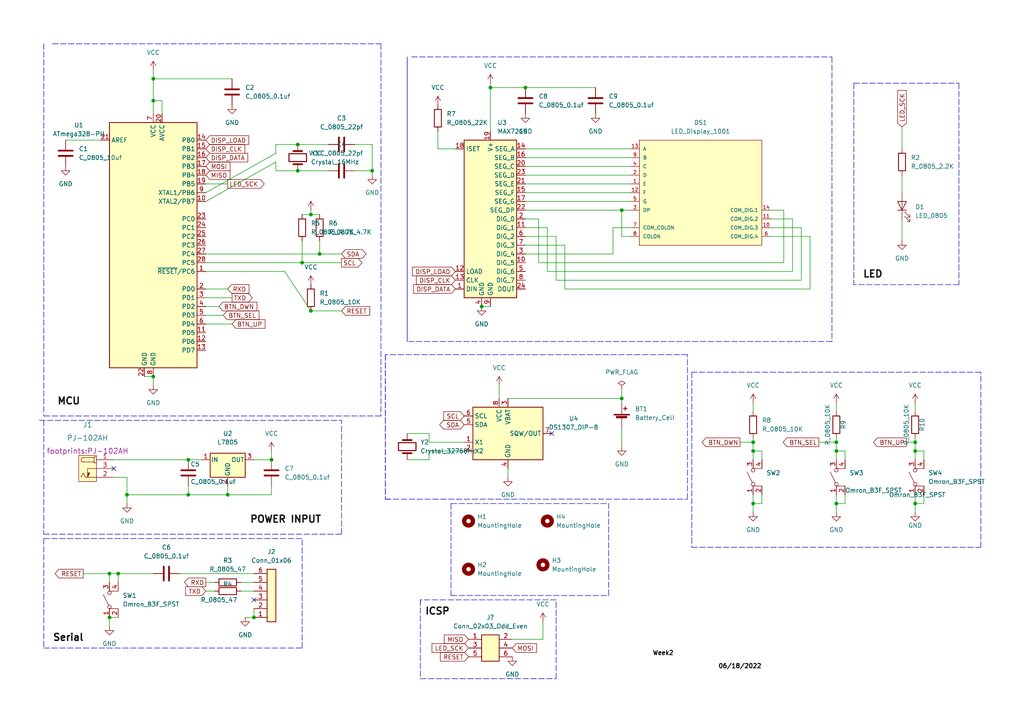
<source format=kicad_sch>
(kicad_sch (version 20211123) (generator eeschema)
  (paper "A4")
  (junction (at 86.36 49.53))
  (junction (at 242.57 146.05))
  (junction (at 180.34 60.96))
  (junction (at 107.95 49.53))
  (junction (at 44.45 29.21))
  (junction (at 73.66 179.07))
  (junction (at 242.57 130.81))
  (junction (at 139.7 88.9))
  (junction (at 142.24 25.4))
  (junction (at 90.17 62.23))
  (junction (at 66.04 143.51))
  (junction (at 265.43 130.81))
  (junction (at 34.29 166.37))
  (junction (at 152.4 25.4))
  (junction (at 218.44 130.81))
  (junction (at 90.17 90.17))
  (junction (at 265.43 146.05))
  (junction (at 87.63 76.2))
  (junction (at 78.74 133.35))
  (junction (at 31.75 179.07))
  (junction (at 218.44 146.05))
  (junction (at 265.43 128.27))
  (junction (at 36.83 143.51))
  (junction (at 44.45 22.86))
  (junction (at 218.44 128.27))
  (junction (at 54.61 143.51))
  (junction (at 31.75 166.37))
  (junction (at 92.71 73.66))
  (junction (at 86.36 41.91))
  (junction (at 242.57 128.27))
  (junction (at 180.34 115.57))
  (junction (at 54.61 133.35))
  (junction (at 44.45 109.22))
  (no_connect (at 73.66 173.99))
  (no_connect (at 160.02 125.73))
  (no_connect (at 33.02 135.89))
  (wire (pts (xy 80.01 46.99) (xy 80.01 49.53)))
  (wire (pts (xy 59.69 168.91) (xy 62.23 168.91)))
  (wire (pts (xy 218.44 146.05) (xy 218.44 143.51)))
  (polyline (pts (xy 121.92 173.99) (xy 121.92 196.85)))
  (wire (pts (xy 31.75 181.61) (xy 31.75 179.07)))
  (wire (pts (xy 44.45 29.21) (xy 44.45 33.02)))
  (wire (pts (xy 34.29 168.91) (xy 34.29 166.37)))
  (polyline (pts (xy 161.29 196.85) (xy 161.29 173.99)))
  (wire (pts (xy 127 38.1) (xy 127 43.18)))
  (polyline (pts (xy 176.53 172.72) (xy 176.53 146.05)))
  (wire (pts (xy 158.75 78.74) (xy 229.87 78.74)))
  (wire (pts (xy 218.44 130.81) (xy 218.44 128.27)))
  (wire (pts (xy 80.01 44.45) (xy 80.01 41.91)))
  (wire (pts (xy 67.31 93.98) (xy 59.69 93.98)))
  (polyline (pts (xy 278.13 24.13) (xy 278.13 82.55)))
  (wire (pts (xy 147.32 115.57) (xy 180.34 115.57)))
  (wire (pts (xy 242.57 148.59) (xy 242.57 146.05)))
  (wire (pts (xy 265.43 130.81) (xy 265.43 128.27)))
  (wire (pts (xy 261.62 36.83) (xy 261.62 43.18)))
  (polyline (pts (xy 241.3 99.06) (xy 118.11 99.06)))
  (wire (pts (xy 156.21 76.2) (xy 156.21 63.5)))
  (wire (pts (xy 44.45 22.86) (xy 67.31 22.86)))
  (wire (pts (xy 223.52 66.04) (xy 232.41 66.04)))
  (wire (pts (xy 161.29 81.28) (xy 161.29 68.58)))
  (wire (pts (xy 80.01 41.91) (xy 86.36 41.91)))
  (wire (pts (xy 182.88 66.04) (xy 177.8 66.04)))
  (wire (pts (xy 46.99 29.21) (xy 46.99 33.02)))
  (wire (pts (xy 177.8 66.04) (xy 177.8 73.66)))
  (wire (pts (xy 157.48 180.34) (xy 157.48 185.42)))
  (wire (pts (xy 152.4 25.4) (xy 172.72 25.4)))
  (wire (pts (xy 54.61 143.51) (xy 66.04 143.51)))
  (wire (pts (xy 218.44 128.27) (xy 218.44 127)))
  (polyline (pts (xy 199.39 144.78) (xy 199.39 102.87)))
  (wire (pts (xy 59.69 76.2) (xy 87.63 76.2)))
  (wire (pts (xy 90.17 62.23) (xy 92.71 62.23)))
  (wire (pts (xy 87.63 69.85) (xy 87.63 76.2)))
  (wire (pts (xy 180.34 60.96) (xy 182.88 60.96)))
  (wire (pts (xy 44.45 22.86) (xy 44.45 29.21)))
  (polyline (pts (xy 121.92 196.85) (xy 161.29 196.85)))
  (wire (pts (xy 34.29 166.37) (xy 44.45 166.37)))
  (polyline (pts (xy 110.49 120.65) (xy 12.7 120.65)))
  (wire (pts (xy 90.17 60.96) (xy 90.17 62.23)))
  (wire (pts (xy 86.36 41.91) (xy 95.25 41.91)))
  (wire (pts (xy 152.4 50.8) (xy 182.88 50.8)))
  (wire (pts (xy 267.97 133.35) (xy 267.97 130.81)))
  (wire (pts (xy 59.69 55.88) (xy 80.01 44.45)))
  (wire (pts (xy 102.87 41.91) (xy 107.95 41.91)))
  (wire (pts (xy 127 43.18) (xy 132.08 43.18)))
  (wire (pts (xy 220.98 133.35) (xy 220.98 130.81)))
  (wire (pts (xy 78.74 130.81) (xy 78.74 133.35)))
  (wire (pts (xy 220.98 130.81) (xy 218.44 130.81)))
  (wire (pts (xy 182.88 68.58) (xy 180.34 68.58)))
  (polyline (pts (xy 200.66 158.75) (xy 284.48 158.75)))
  (wire (pts (xy 261.62 50.8) (xy 261.62 55.88)))
  (wire (pts (xy 107.95 49.53) (xy 107.95 50.8)))
  (polyline (pts (xy 118.11 17.78) (xy 118.11 99.06)))
  (wire (pts (xy 180.34 113.03) (xy 180.34 115.57)))
  (wire (pts (xy 177.8 73.66) (xy 152.4 73.66)))
  (polyline (pts (xy 247.65 24.13) (xy 278.13 24.13)))
  (wire (pts (xy 124.46 128.27) (xy 134.62 128.27)))
  (wire (pts (xy 41.91 109.22) (xy 44.45 109.22)))
  (wire (pts (xy 232.41 81.28) (xy 161.29 81.28)))
  (wire (pts (xy 152.4 53.34) (xy 182.88 53.34)))
  (wire (pts (xy 152.4 48.26) (xy 182.88 48.26)))
  (wire (pts (xy 218.44 148.59) (xy 218.44 146.05)))
  (polyline (pts (xy 87.63 187.96) (xy 87.63 156.21)))
  (wire (pts (xy 265.43 146.05) (xy 265.43 143.51)))
  (wire (pts (xy 163.83 71.12) (xy 152.4 71.12)))
  (wire (pts (xy 180.34 129.54) (xy 180.34 124.46)))
  (wire (pts (xy 33.02 133.35) (xy 54.61 133.35)))
  (wire (pts (xy 118.11 125.73) (xy 124.46 125.73)))
  (wire (pts (xy 31.75 168.91) (xy 31.75 166.37)))
  (wire (pts (xy 66.04 53.34) (xy 59.69 53.34)))
  (wire (pts (xy 66.04 83.82) (xy 59.69 83.82)))
  (wire (pts (xy 218.44 116.84) (xy 218.44 119.38)))
  (wire (pts (xy 59.69 73.66) (xy 92.71 73.66)))
  (wire (pts (xy 245.11 133.35) (xy 245.11 130.81)))
  (polyline (pts (xy 111.76 102.87) (xy 111.76 144.78)))
  (polyline (pts (xy 12.7 121.92) (xy 12.7 154.94)))
  (wire (pts (xy 180.34 115.57) (xy 180.34 116.84)))
  (wire (pts (xy 24.13 166.37) (xy 31.75 166.37)))
  (wire (pts (xy 265.43 128.27) (xy 265.43 127)))
  (wire (pts (xy 242.57 133.35) (xy 242.57 130.81)))
  (polyline (pts (xy 278.13 82.55) (xy 247.65 82.55)))
  (wire (pts (xy 73.66 176.53) (xy 73.66 179.07)))
  (wire (pts (xy 86.36 49.53) (xy 95.25 49.53)))
  (wire (pts (xy 36.83 146.05) (xy 36.83 143.51)))
  (wire (pts (xy 237.49 128.27) (xy 242.57 128.27)))
  (polyline (pts (xy 284.48 107.95) (xy 200.66 107.95)))
  (polyline (pts (xy 11.43 121.92) (xy 99.06 121.92)))
  (wire (pts (xy 67.31 86.36) (xy 59.69 86.36)))
  (polyline (pts (xy 119.38 16.51) (xy 241.3 16.51)))
  (wire (pts (xy 223.52 60.96) (xy 227.33 60.96)))
  (wire (pts (xy 220.98 146.05) (xy 218.44 146.05)))
  (wire (pts (xy 90.17 90.17) (xy 82.55 78.74)))
  (wire (pts (xy 245.11 143.51) (xy 245.11 146.05)))
  (wire (pts (xy 261.62 63.5) (xy 261.62 69.85)))
  (wire (pts (xy 124.46 130.81) (xy 134.62 130.81)))
  (wire (pts (xy 152.4 66.04) (xy 158.75 66.04)))
  (wire (pts (xy 92.71 73.66) (xy 99.06 73.66)))
  (wire (pts (xy 245.11 146.05) (xy 242.57 146.05)))
  (wire (pts (xy 267.97 130.81) (xy 265.43 130.81)))
  (polyline (pts (xy 118.11 16.51) (xy 118.11 99.06)))
  (wire (pts (xy 147.32 138.43) (xy 147.32 135.89)))
  (wire (pts (xy 267.97 143.51) (xy 267.97 146.05)))
  (polyline (pts (xy 99.06 154.94) (xy 99.06 121.92)))
  (wire (pts (xy 66.04 143.51) (xy 78.74 143.51)))
  (wire (pts (xy 118.11 133.35) (xy 124.46 133.35)))
  (wire (pts (xy 54.61 133.35) (xy 58.42 133.35)))
  (wire (pts (xy 63.5 88.9) (xy 59.69 88.9)))
  (polyline (pts (xy 111.76 144.78) (xy 199.39 144.78)))
  (polyline (pts (xy 12.7 187.96) (xy 87.63 187.96)))
  (wire (pts (xy 227.33 76.2) (xy 156.21 76.2)))
  (wire (pts (xy 242.57 130.81) (xy 242.57 128.27)))
  (wire (pts (xy 69.85 171.45) (xy 73.66 171.45)))
  (wire (pts (xy 242.57 116.84) (xy 242.57 119.38)))
  (wire (pts (xy 163.83 83.82) (xy 163.83 71.12)))
  (polyline (pts (xy 161.29 173.99) (xy 121.92 173.99)))
  (wire (pts (xy 223.52 68.58) (xy 234.95 68.58)))
  (polyline (pts (xy 12.7 154.94) (xy 99.06 154.94)))
  (wire (pts (xy 87.63 76.2) (xy 99.06 76.2)))
  (wire (pts (xy 267.97 146.05) (xy 265.43 146.05)))
  (wire (pts (xy 262.89 128.27) (xy 265.43 128.27)))
  (wire (pts (xy 31.75 179.07) (xy 34.29 179.07)))
  (wire (pts (xy 152.4 55.88) (xy 182.88 55.88)))
  (wire (pts (xy 218.44 133.35) (xy 218.44 130.81)))
  (wire (pts (xy 102.87 49.53) (xy 107.95 49.53)))
  (polyline (pts (xy 111.76 144.78) (xy 113.03 144.78)))
  (wire (pts (xy 44.45 111.76) (xy 44.45 109.22)))
  (wire (pts (xy 152.4 60.96) (xy 180.34 60.96)))
  (wire (pts (xy 144.78 111.76) (xy 144.78 115.57)))
  (polyline (pts (xy 12.7 156.21) (xy 87.63 156.21)))
  (wire (pts (xy 152.4 45.72) (xy 182.88 45.72)))
  (wire (pts (xy 220.98 143.51) (xy 220.98 146.05)))
  (wire (pts (xy 242.57 130.81) (xy 245.11 130.81)))
  (polyline (pts (xy 200.66 107.95) (xy 200.66 158.75)))
  (wire (pts (xy 80.01 49.53) (xy 86.36 49.53)))
  (wire (pts (xy 142.24 25.4) (xy 152.4 25.4)))
  (wire (pts (xy 214.63 128.27) (xy 218.44 128.27)))
  (wire (pts (xy 152.4 58.42) (xy 182.88 58.42)))
  (wire (pts (xy 227.33 60.96) (xy 227.33 76.2)))
  (wire (pts (xy 139.7 88.9) (xy 142.24 88.9)))
  (wire (pts (xy 44.45 29.21) (xy 46.99 29.21)))
  (polyline (pts (xy 12.7 156.21) (xy 12.7 187.96)))
  (wire (pts (xy 180.34 68.58) (xy 180.34 60.96)))
  (wire (pts (xy 69.85 168.91) (xy 73.66 168.91)))
  (wire (pts (xy 229.87 78.74) (xy 229.87 63.5)))
  (wire (pts (xy 234.95 83.82) (xy 163.83 83.82)))
  (polyline (pts (xy 121.92 173.99) (xy 121.92 175.26)))
  (polyline (pts (xy 111.76 102.87) (xy 111.76 144.78)))
  (wire (pts (xy 152.4 43.18) (xy 182.88 43.18)))
  (wire (pts (xy 36.83 138.43) (xy 36.83 143.51)))
  (polyline (pts (xy 15.24 12.7) (xy 110.49 12.7)))
  (wire (pts (xy 87.63 62.23) (xy 90.17 62.23)))
  (wire (pts (xy 78.74 133.35) (xy 73.66 133.35)))
  (wire (pts (xy 124.46 133.35) (xy 124.46 130.81)))
  (polyline (pts (xy 130.81 146.05) (xy 176.53 146.05)))
  (wire (pts (xy 158.75 66.04) (xy 158.75 78.74)))
  (wire (pts (xy 54.61 140.97) (xy 54.61 143.51)))
  (wire (pts (xy 107.95 41.91) (xy 107.95 49.53)))
  (wire (pts (xy 242.57 128.27) (xy 242.57 127)))
  (wire (pts (xy 265.43 148.59) (xy 265.43 146.05)))
  (wire (pts (xy 242.57 146.05) (xy 242.57 143.51)))
  (wire (pts (xy 156.21 63.5) (xy 152.4 63.5)))
  (polyline (pts (xy 130.81 146.05) (xy 130.81 172.72)))
  (wire (pts (xy 90.17 90.17) (xy 99.06 90.17)))
  (polyline (pts (xy 247.65 24.13) (xy 247.65 82.55)))
  (wire (pts (xy 229.87 63.5) (xy 223.52 63.5)))
  (polyline (pts (xy 130.81 172.72) (xy 176.53 172.72)))
  (wire (pts (xy 142.24 24.13) (xy 142.24 25.4)))
  (polyline (pts (xy 241.3 16.51) (xy 241.3 99.06)))
  (wire (pts (xy 44.45 20.32) (xy 44.45 22.86)))
  (wire (pts (xy 66.04 143.51) (xy 66.04 140.97)))
  (wire (pts (xy 59.69 58.42) (xy 80.01 46.99)))
  (wire (pts (xy 71.12 179.07) (xy 73.66 179.07)))
  (polyline (pts (xy 199.39 102.87) (xy 111.76 102.87)))
  (wire (pts (xy 142.24 25.4) (xy 142.24 38.1)))
  (wire (pts (xy 78.74 143.51) (xy 78.74 140.97)))
  (polyline (pts (xy 110.49 12.7) (xy 110.49 120.65)))
  (wire (pts (xy 124.46 125.73) (xy 124.46 128.27)))
  (polyline (pts (xy 12.7 12.7) (xy 12.7 120.65)))
  (wire (pts (xy 64.77 91.44) (xy 59.69 91.44)))
  (wire (pts (xy 59.69 171.45) (xy 62.23 171.45)))
  (wire (pts (xy 148.59 185.42) (xy 157.48 185.42)))
  (wire (pts (xy 19.05 40.64) (xy 29.21 40.64)))
  (wire (pts (xy 265.43 133.35) (xy 265.43 130.81)))
  (wire (pts (xy 36.83 143.51) (xy 54.61 143.51)))
  (wire (pts (xy 232.41 66.04) (xy 232.41 81.28)))
  (polyline (pts (xy 284.48 158.75) (xy 284.48 107.95)))
  (wire (pts (xy 31.75 166.37) (xy 34.29 166.37)))
  (wire (pts (xy 234.95 68.58) (xy 234.95 83.82)))
  (wire (pts (xy 33.02 138.43) (xy 36.83 138.43)))
  (wire (pts (xy 265.43 116.84) (xy 265.43 119.38)))
  (wire (pts (xy 161.29 68.58) (xy 152.4 68.58)))
  (wire (pts (xy 59.69 78.74) (xy 82.55 78.74)))
  (wire (pts (xy 52.07 166.37) (xy 73.66 166.37)))
  (wire (pts (xy 92.71 69.85) (xy 92.71 73.66)))
  (label "LED" (at 250.19 81.28 0) (effects (font (size 2 2) bold)))
  (label "POWER INPUT" (at 72.39 152.4 0) (effects (font (size 2 2) bold)))
  (label "Serial" (at 15.24 186.69 0) (effects (font (size 2 2) bold)))
  (label "06{slash}18{slash}2022" (at 208.28 194.31 0) (effects (font bold)))
  (label "ICSP" (at 123.19 179.07 0) (effects (font (size 2 2) (thickness 0.4) bold)))
  (label "Week2" (at 189.23 190.5 0) (effects (font bold)))
  (label "MCU" (at 16.51 118.11 0) (effects (font (size 2 2) (thickness 0.4) bold)))
  (global_label "SCL" (shape input) (at 134.62 120.65 180) (property "Intersheet References" "${INTERSHEET_REFS}" (effects hide)))
  (global_label "LED_SCK" (shape output) (at 66.04 53.34 0) (property "Intersheet References" "${INTERSHEET_REFS}" (effects hide)))
  (global_label "RESET" (shape input) (at 99.06 90.17 0) (property "Intersheet References" "${INTERSHEET_REFS}" (effects hide)))
  (global_label "DISP_CLK" (shape input) (at 59.69 43.18 0) (property "Intersheet References" "${INTERSHEET_REFS}" (effects hide)))
  (global_label "DISP_CLK" (shape input) (at 132.08 81.28 180) (property "Intersheet References" "${INTERSHEET_REFS}" (effects hide)))
  (global_label "BTN_UP" (shape output) (at 262.89 128.27 180) (property "Intersheet References" "${INTERSHEET_REFS}" (effects hide)))
  (global_label "BTN_UP" (shape input) (at 67.31 93.98 0) (property "Intersheet References" "${INTERSHEET_REFS}" (effects hide)))
  (global_label "BTN_DWN" (shape input) (at 63.5 88.9 0) (property "Intersheet References" "${INTERSHEET_REFS}" (effects hide)))
  (global_label "SCL" (shape output) (at 99.06 76.2 0) (property "Intersheet References" "${INTERSHEET_REFS}" (effects hide)))
  (global_label "DISP_LOAD" (shape input) (at 132.08 78.74 180) (property "Intersheet References" "${INTERSHEET_REFS}" (effects hide)))
  (global_label "BTN_SEL" (shape input) (at 64.77 91.44 0) (property "Intersheet References" "${INTERSHEET_REFS}" (effects hide)))
  (global_label "SDA" (shape bidirectional) (at 134.62 123.19 180) (property "Intersheet References" "${INTERSHEET_REFS}" (effects hide)))
  (global_label "RXD" (shape output) (at 59.69 168.91 180) (property "Intersheet References" "${INTERSHEET_REFS}" (effects hide)))
  (global_label "DISP_LOAD" (shape input) (at 59.69 40.64 0) (property "Intersheet References" "${INTERSHEET_REFS}" (effects hide)))
  (global_label "MOSI" (shape input) (at 59.69 48.26 0) (property "Intersheet References" "${INTERSHEET_REFS}" (effects hide)))
  (global_label "TXD" (shape output) (at 67.31 86.36 0) (property "Intersheet References" "${INTERSHEET_REFS}" (effects hide)))
  (global_label "TXD" (shape input) (at 59.69 171.45 180) (property "Intersheet References" "${INTERSHEET_REFS}" (effects hide)))
  (global_label "LED_SCK" (shape input) (at 135.89 187.96 180) (property "Intersheet References" "${INTERSHEET_REFS}" (effects hide)))
  (global_label "DISP_DATA" (shape input) (at 132.08 83.82 180) (property "Intersheet References" "${INTERSHEET_REFS}" (effects hide)))
  (global_label "BTN_DWN" (shape output) (at 214.63 128.27 180) (property "Intersheet References" "${INTERSHEET_REFS}" (effects hide)))
  (global_label "RESET" (shape output) (at 24.13 166.37 180) (property "Intersheet References" "${INTERSHEET_REFS}" (effects hide)))
  (global_label "MOSI" (shape input) (at 148.59 187.96 0) (property "Intersheet References" "${INTERSHEET_REFS}" (effects hide)))
  (global_label "SDA" (shape bidirectional) (at 99.06 73.66 0) (property "Intersheet References" "${INTERSHEET_REFS}" (effects hide)))
  (global_label "DISP_DATA" (shape input) (at 59.69 45.72 0) (property "Intersheet References" "${INTERSHEET_REFS}" (effects hide)))
  (global_label "RXD" (shape input) (at 66.04 83.82 0) (property "Intersheet References" "${INTERSHEET_REFS}" (effects hide)))
  (global_label "MISO" (shape input) (at 135.89 185.42 180) (property "Intersheet References" "${INTERSHEET_REFS}" (effects hide)))
  (global_label "BTN_SEL" (shape output) (at 237.49 128.27 180) (property "Intersheet References" "${INTERSHEET_REFS}" (effects hide)))
  (global_label "LED_SCK" (shape input) (at 261.62 36.83 90) (property "Intersheet References" "${INTERSHEET_REFS}" (effects hide)))
  (global_label "MISO" (shape input) (at 59.69 50.8 0) (property "Intersheet References" "${INTERSHEET_REFS}" (effects hide)))
  (global_label "RESET" (shape input) (at 135.89 190.5 180) (property "Intersheet References" "${INTERSHEET_REFS}" (effects hide)))
  (symbol (lib_id "HPS:GND") (at 180.34 129.54 0) (unit 1)
    (property "Reference" "#PWR020" (effects hide))
    (property "Value" "GND" (at 180.34 134.62 0))
  )
  (symbol (lib_id "HPS:VCC") (at 90.17 82.55 0) (unit 1)
    (property "Reference" "#PWR05" (effects hide))
    (property "Value" "VCC" (at 90.17 77.47 0))
  )
  (symbol (lib_id "HPS:R_0805_10K") (at 218.44 123.19 0) (unit 1)
    (property "Reference" "R8" (at 220.98 121.9199 0) (effects (justify left)))
    (property "Value" "R_0805_10K" (at 220.98 124.46 0) (effects (justify left)))
    (property "Footprint" "footprints:R_0805_2012Metric" (effects hide))
    (property "Datasheet" "https://www.digikey.com/en/products/detail/yageo/RC0805FR-0710KL/727535" (effects hide))
    (property "MFG" "Yageo" (effects hide))
    (property "MPN" "RC0805FR-0710KL" (effects hide))
    (property "Digikey PN" "311-10.0KCRCT-ND" (effects hide))
    (property "Mouser PN" "N/A" (effects hide))
    (property "Power" "N/A" (effects hide))
    (property "Tolerance" "N/A" (effects hide))
  )
  (symbol (lib_id "HPS:C_0805_0.1uf") (at 67.31 26.67 0) (unit 1)
    (property "Reference" "C2" (at 71.12 25.3999 0) (effects (justify left)))
    (property "Value" "C_0805_0.1uf" (at 71.12 27.9399 0) (effects (justify left)))
    (property "Footprint" "footprints:C_0805_2012Metric" (effects hide))
    (property "Datasheet" "https://datasheets.avx.com/X7RDielectric.pdf" (effects hide))
    (property "MFG" "AVX Corporation" (effects hide))
    (property "MPN" "08055C104KAT2A" (effects hide))
    (property "Digikey PN" "478-1395-1-ND" (effects hide))
    (property "Mouser PN" "N/A" (effects hide))
    (property "Voltage" "N/A" (effects hide))
    (property "Dielectric" "N/A" (effects hide))
    (property "Tolerance" "N/A" (effects hide))
  )
  (symbol (lib_id "HPS:LED_Display_1001") (at 226.06 60.96 0) (mirror y) (unit 1)
    (property "Reference" "DS1" (at 203.2 35.56 0))
    (property "Value" "LED_Display_1001" (at 203.2 38.1 0))
    (property "Footprint" "footprints:Adafruit-1001-0-0-MFG" (effects hide))
    (property "Datasheet" "https://cdn-shop.adafruit.com/datasheets/1001datasheet.pdf" (effects hide))
    (property "automotive" "No" (effects hide))
    (property "category" "Disp" (effects hide))
    (property "device class L1" "Optoelectronics" (effects hide))
    (property "device class L2" "Displays" (effects hide))
    (property "device class L3" "LED Displays" (effects hide))
    (property "digikey description" "WHITE 7-SEGMENT CLOCK DISPLAY" (effects hide))
    (property "digikey part number" "1528-1513-ND" (effects hide))
    (property "display type" "LED" (effects hide))
    (property "element config" "Common Cathode" (effects hide))
    (property "forward current" "20mA" (effects hide))
    (property "forward voltage" "3.2V" (effects hide))
    (property "height" "8.25mm" (effects hide))
    (property "lead free" "Yes" (effects hide))
    (property "library id" "a002f1a2b35db532" (effects hide))
    (property "luminous intensity" "30mcd" (effects hide))
    (property "manufacturer" "Adafruit" (effects hide))
    (property "mouser description" "Adafruit Accessories White 7-segment Clock Display" (effects hide))
    (property "mouser part number" "485-1001" (effects hide))
    (property "package" "PTH_50MM2_19MM0" (effects hide))
    (property "power dissipation" "100mW" (effects hide))
    (property "reverse voltage" "5V" (effects hide))
    (property "rohs" "Yes" (effects hide))
    (property "temperature range high" "+80°C" (effects hide))
    (property "temperature range low" "-40°C" (effects hide))
    (property "test current" "20mA" (effects hide))
    (property "MFG" "Adafruit Industries LLC" (effects hide))
    (property "MPN" "1001" (effects hide))
    (property "Digikey PN" "1528-1513-ND" (effects hide))
    (property "Mouser PN" "N/A" (effects hide))
  )
  (symbol (lib_id "HPS:C_0805_0.1uf") (at 48.26 166.37 90) (unit 1)
    (property "Reference" "C6" (at 48.26 158.75 90))
    (property "Value" "C_0805_0.1uf" (at 48.26 161.29 90))
    (property "Footprint" "footprints:C_0805_2012Metric" (effects hide))
    (property "Datasheet" "https://datasheets.avx.com/X7RDielectric.pdf" (effects hide))
    (property "MFG" "AVX Corporation" (effects hide))
    (property "MPN" "08055C104KAT2A" (effects hide))
    (property "Digikey PN" "478-1395-1-ND" (effects hide))
    (property "Mouser PN" "N/A" (effects hide))
    (property "Voltage" "N/A" (effects hide))
    (property "Dielectric" "N/A" (effects hide))
    (property "Tolerance" "N/A" (effects hide))
  )
  (symbol (lib_id "HPS:PWR_FLAG") (at 180.34 113.03 0) (unit 1)
    (property "Reference" "#FLG01" (effects hide))
    (property "Value" "PWR_FLAG" (at 180.34 107.95 0))
  )
  (symbol (lib_id "HPS:DS1307_DIP-8") (at 147.32 125.73 0) (unit 1)
    (property "Reference" "U4" (at 166.37 121.3993 0))
    (property "Value" "DS1307_DIP-8" (at 166.37 123.9393 0))
    (property "Footprint" "footprints:DIP-8_W7.62mm" (effects hide))
    (property "Datasheet" "https://datasheets.maximintegrated.com/en/ds/DS1307.pdf" (effects hide))
    (property "MFG" "Assmann WSW Components" (effects hide))
    (property "MPN" "A 08-LC-TT" (effects hide))
    (property "Digikey PN" "AE9986-ND" (effects hide))
    (property "Mouser PN" "N/A" (effects hide))
  )
  (symbol (lib_id "HPS:LED_0805") (at 261.62 59.69 90) (unit 1)
    (property "Reference" "D1" (at 265.43 60.0201 90) (effects (justify right)))
    (property "Value" "LED_0805" (at 265.43 62.5601 90) (effects (justify right)))
    (property "Footprint" "footprints:LED_0805_2012Metric" (effects hide))
    (property "Datasheet" "https://www.we-online.de/katalog/datasheet/150080RS75000.pdf" (effects hide))
    (property "MFG" "Würth Elektronik" (effects hide))
    (property "MPN" "150080RS75000" (effects hide))
    (property "Digikey PN" "732-4984-1-ND" (effects hide))
    (property "Mouser PN" "N/A" (effects hide))
  )
  (symbol (lib_id "HPS:VCC") (at 218.44 116.84 0) (unit 1)
    (property "Reference" "#PWR021" (effects hide))
    (property "Value" "VCC" (at 218.44 111.76 0))
  )
  (symbol (lib_id "HPS:Omron_B3F_SPST") (at 218.44 138.43 90) (unit 1)
    (property "Reference" "SW2" (at 222.25 137.1599 90) (effects (justify right)))
    (property "Value" "Omron_B3F_SPST" (at 245.11 142.2399 90) (effects (justify right)))
    (property "Footprint" "footprints:SW_SPST_Omron_B3FS-100xP" (effects hide))
    (property "Datasheet" "https://omronfs.omron.com/en_US/ecb/products/pdf/en-b3fs.pdf" (effects hide))
    (property "MFG" "Omron Electronics Inc-EMC Div" (effects hide))
    (property "MPN" "B3FS-1000P" (effects hide))
    (property "Digikey PN" "SW423CT-ND" (effects hide))
    (property "Mouser PN" "N/A" (effects hide))
  )
  (symbol (lib_id "HPS:VCC") (at 78.74 130.81 0) (unit 1)
    (property "Reference" "#PWR09" (effects hide))
    (property "Value" "VCC" (at 78.74 125.73 0))
  )
  (symbol (lib_id "HPS:Conn_02x03_Odd_Even") (at 142.24 189.23 0) (unit 1)
    (property "Reference" "J?" (at 142.24 179.07 0))
    (property "Value" "Conn_02x03_Odd_Even" (at 142.24 181.61 0))
    (property "Footprint" "footprints:PinHeader_2x03_P2.54mm_Vertical" (effects hide))
    (property "Datasheet" "https://drawings-pdf.s3.amazonaws.com/11636.pdf" (effects hide))
    (property "MFG" "Sullins Connector Solutions" (effects hide))
    (property "MPN" "PRPC003DAAN-RC" (effects hide))
    (property "Digikey PN" "S2011EC-03-ND" (effects hide))
    (property "Mouser PN" "N/A" (effects hide))
  )
  (symbol (lib_id "HPS:R_0805_4.7K") (at 87.63 66.04 0) (unit 1)
    (property "Reference" "R5" (at 90.17 64.7699 0) (effects (justify left)))
    (property "Value" "R_0805_4.7K" (at 90.17 67.3099 0) (effects (justify left)))
    (property "Footprint" "footprints:R_0805_2012Metric" (effects hide))
    (property "Datasheet" "https://www.digikey.com/en/products/detail/yageo/RC0805FR-074K7L/727929" (effects hide))
    (property "MFG" "Yageo" (effects hide))
    (property "MPN" "RC0805FR-074K7L" (effects hide))
    (property "Digikey PN" "311-4.70KCRCT-ND" (effects hide))
    (property "Mouser PN" "N/A" (effects hide))
    (property "Power" "N/A" (effects hide))
    (property "Tolerance" "N/A" (effects hide))
  )
  (symbol (lib_id "HPS:GND") (at 107.95 50.8 0) (unit 1)
    (property "Reference" "#PWR06" (effects hide))
    (property "Value" "GND" (at 107.95 55.88 0))
  )
  (symbol (lib_id "HPS:VCC") (at 157.48 180.34 0) (unit 1)
    (property "Reference" "#PWR?" (effects hide))
    (property "Value" "VCC" (at 157.48 175.26 0))
  )
  (symbol (lib_id "HPS:MountingHole") (at 135.89 151.13 0) (unit 1)
    (property "Reference" "H1" (at 138.43 149.8599 0) (effects (justify left)))
    (property "Value" "MountingHole" (at 138.43 152.3999 0) (effects (justify left)))
    (property "Footprint" "footprints:MountingHole_3.2mm_M3" (effects hide))
  )
  (symbol (lib_id "HPS:Omron_B3F_SPST") (at 31.75 173.99 90) (unit 1)
    (property "Reference" "SW1" (at 35.56 172.7199 90) (effects (justify right)))
    (property "Value" "Omron_B3F_SPST" (at 35.56 175.2599 90) (effects (justify right)))
    (property "Footprint" "footprints:SW_SPST_Omron_B3FS-100xP" (effects hide))
    (property "Datasheet" "https://omronfs.omron.com/en_US/ecb/products/pdf/en-b3fs.pdf" (effects hide))
    (property "MFG" "Omron Electronics Inc-EMC Div" (effects hide))
    (property "MPN" "B3FS-1000P" (effects hide))
    (property "Digikey PN" "SW423CT-ND" (effects hide))
    (property "Mouser PN" "N/A" (effects hide))
  )
  (symbol (lib_id "HPS:MountingHole") (at 158.75 151.13 0) (unit 1)
    (property "Reference" "H4" (at 161.29 149.8599 0) (effects (justify left)))
    (property "Value" "MountingHole" (at 161.29 152.3999 0) (effects (justify left)))
    (property "Footprint" "footprints:MountingHole_3.2mm_M3" (effects hide))
  )
  (symbol (lib_id "HPS:GND") (at 31.75 181.61 0) (unit 1)
    (property "Reference" "#PWR08" (effects hide))
    (property "Value" "GND" (at 31.75 186.69 0))
  )
  (symbol (lib_id "HPS:R_0805_2.2K") (at 261.62 46.99 0) (unit 1)
    (property "Reference" "R2" (at 264.16 45.7199 0) (effects (justify left)))
    (property "Value" "R_0805_2.2K" (at 264.16 48.2599 0) (effects (justify left)))
    (property "Footprint" "footprints:R_0805_2012Metric" (effects hide))
    (property "Datasheet" "https://www.digikey.com/en/products/detail/yageo/RC0805FR-072K2L/727676" (effects hide))
    (property "MFG" "N/A" (effects hide))
    (property "MPN" "N/A" (effects hide))
    (property "Digikey PN" "311-2.20KCRCT-ND" (effects hide))
    (property "Mouser PN" "N/A" (effects hide))
    (property "Power" "N/A" (effects hide))
    (property "Tolerance" "N/A" (effects hide))
  )
  (symbol (lib_id "HPS:VCC") (at 144.78 111.76 0) (unit 1)
    (property "Reference" "#PWR016" (effects hide))
    (property "Value" "VCC" (at 144.78 106.68 0))
  )
  (symbol (lib_id "HPS:VCC") (at 127 30.48 0) (unit 1)
    (property "Reference" "#PWR013" (effects hide))
    (property "Value" "VCC" (at 127 25.4 0))
  )
  (symbol (lib_id "HPS:C_0805_0.1uf") (at 172.72 29.21 0) (unit 1)
    (property "Reference" "C9" (at 176.53 27.9399 0) (effects (justify left)))
    (property "Value" "C_0805_0.1uf" (at 176.53 30.4799 0) (effects (justify left)))
    (property "Footprint" "footprints:C_0805_2012Metric" (effects hide))
    (property "Datasheet" "https://datasheets.avx.com/X7RDielectric.pdf" (effects hide))
    (property "MFG" "AVX Corporation" (effects hide))
    (property "MPN" "08055C104KAT2A" (effects hide))
    (property "Digikey PN" "478-1395-1-ND" (effects hide))
    (property "Mouser PN" "N/A" (effects hide))
    (property "Voltage" "N/A" (effects hide))
    (property "Dielectric" "N/A" (effects hide))
    (property "Tolerance" "N/A" (effects hide))
  )
  (symbol (lib_id "HPS:GND") (at 172.72 33.02 0) (unit 1)
    (property "Reference" "#PWR019" (effects hide))
    (property "Value" "GND" (at 172.72 38.1 0))
  )
  (symbol (lib_id "HPS:Battery_Cell") (at 180.34 121.92 0) (unit 1)
    (property "Reference" "BT1" (at 184.15 118.6179 0) (effects (justify left)))
    (property "Value" "Battery_Cell" (at 184.15 121.1579 0) (effects (justify left)))
    (property "Footprint" "footprints:BatteryHolder_Keystone_106_1x20mm" (effects hide))
    (property "Datasheet" "https://media.digikey.com/pdf/Data%20Sheets/Memory%20Protection%20PDFs/Coin_Cell_Guide.pdf" (effects hide))
    (property "MFG" "MPD (Memory Protection Devices)" (effects hide))
    (property "MPN" "BS-7" (effects hide))
    (property "Digikey PN" "BS-7-ND" (effects hide))
    (property "Mouser PN" "N/A" (effects hide))
  )
  (symbol (lib_id "HPS:VCC") (at 90.17 60.96 0) (unit 1)
    (property "Reference" "#PWR?" (effects hide))
    (property "Value" "VCC" (at 91.44 44.45 0))
  )
  (symbol (lib_id "HPS:VCC") (at 242.57 116.84 0) (unit 1)
    (property "Reference" "#PWR023" (effects hide))
    (property "Value" "VCC" (at 242.57 111.76 0))
  )
  (symbol (lib_id "HPS:GND") (at 147.32 138.43 0) (unit 1)
    (property "Reference" "#PWR017" (effects hide))
    (property "Value" "GND" (at 147.32 143.51 0))
  )
  (symbol (lib_id "HPS:GND") (at 218.44 148.59 0) (unit 1)
    (property "Reference" "#PWR022" (effects hide))
    (property "Value" "GND" (at 218.44 153.67 0))
  )
  (symbol (lib_id "HPS:R_0805_10K") (at 265.43 123.19 0) (unit 1)
    (property "Reference" "R10" (at 267.462 123.19 90))
    (property "Value" "R_0805_10K" (at 262.89 123.19 90))
    (property "Footprint" "footprints:R_0805_2012Metric" (effects hide))
    (property "Datasheet" "https://www.digikey.com/en/products/detail/yageo/RC0805FR-0710KL/727535" (effects hide))
    (property "MFG" "Yageo" (effects hide))
    (property "MPN" "RC0805FR-0710KL" (effects hide))
    (property "Digikey PN" "311-10.0KCRCT-ND" (effects hide))
    (property "Mouser PN" "N/A" (effects hide))
    (property "Power" "N/A" (effects hide))
    (property "Tolerance" "N/A" (effects hide))
  )
  (symbol (lib_id "HPS:Crystal_16MHz") (at 86.36 45.72 90) (unit 1)
    (property "Reference" "Y1" (at 90.17 44.4499 90) (effects (justify right)))
    (property "Value" "Crystal_16MHz" (at 90.17 46.9899 90) (effects (justify right)))
    (property "Footprint" "footprints:Crystal_SMD_HC49-SD" (effects hide))
    (property "Datasheet" "https://ecsxtal.com/store/pdf/csm-7x-dn.pdf" (effects hide))
    (property "MFG" "ECS Inc." (effects hide))
    (property "MPN" "ECS-160-20-5PXDN-TR" (effects hide))
    (property "Digikey PN" "XC1299CT-ND" (effects hide))
    (property "Mouser PN" "N/A" (effects hide))
  )
  (symbol (lib_id "HPS:Omron_B3F_SPST") (at 242.57 138.43 90) (unit 1)
    (property "Reference" "SW3" (at 246.38 137.1599 90) (effects (justify right)))
    (property "Value" "Omron_B3F_SPST" (at 257.81 143.5099 90) (effects (justify right)))
    (property "Footprint" "footprints:SW_SPST_Omron_B3FS-100xP" (effects hide))
    (property "Datasheet" "https://omronfs.omron.com/en_US/ecb/products/pdf/en-b3fs.pdf" (effects hide))
    (property "MFG" "Omron Electronics Inc-EMC Div" (effects hide))
    (property "MPN" "B3FS-1000P" (effects hide))
    (property "Digikey PN" "SW423CT-ND" (effects hide))
    (property "Mouser PN" "N/A" (effects hide))
  )
  (symbol (lib_id "HPS:MountingHole") (at 135.89 165.1 0) (unit 1)
    (property "Reference" "H2" (at 138.43 163.8299 0) (effects (justify left)))
    (property "Value" "MountingHole" (at 138.43 166.3699 0) (effects (justify left)))
    (property "Footprint" "footprints:MountingHole_3.2mm_M3" (effects hide))
  )
  (symbol (lib_id "HPS:GND") (at 152.4 33.02 0) (unit 1)
    (property "Reference" "#PWR018" (effects hide))
    (property "Value" "GND" (at 152.4 38.1 0))
  )
  (symbol (lib_id "HPS:C_0805_0.1uf") (at 152.4 29.21 180) (unit 1)
    (property "Reference" "C8" (at 156.21 27.9399 0) (effects (justify right)))
    (property "Value" "C_0805_0.1uf" (at 156.21 30.4799 0) (effects (justify right)))
    (property "Footprint" "footprints:C_0805_2012Metric" (effects hide))
    (property "Datasheet" "https://datasheets.avx.com/X7RDielectric.pdf" (effects hide))
    (property "MFG" "AVX Corporation" (effects hide))
    (property "MPN" "08055C104KAT2A" (effects hide))
    (property "Digikey PN" "478-1395-1-ND" (effects hide))
    (property "Mouser PN" "N/A" (effects hide))
    (property "Voltage" "N/A" (effects hide))
    (property "Dielectric" "N/A" (effects hide))
    (property "Tolerance" "N/A" (effects hide))
  )
  (symbol (lib_id "HPS:C_0805_22pf") (at 99.06 49.53 90) (unit 1)
    (property "Reference" "C4" (at 99.06 41.91 90))
    (property "Value" "C_0805_22pf" (at 99.06 44.45 90))
    (property "Footprint" "footprints:C_0805_2012Metric" (effects hide))
    (property "Datasheet" "https://www.yageo.com/upload/media/product/productsearch/datasheet/mlcc/UPY-GP_NP0_16V-to-50V_18.pdf" (effects hide))
    (property "MFG" "Yageo" (effects hide))
    (property "MPN" "CC0805JRNPO9BN220" (effects hide))
    (property "Digikey PN" "311-1103-1-ND" (effects hide))
    (property "Mouser PN" "N/A" (effects hide))
    (property "Voltage" "N/A" (effects hide))
    (property "Dielectric" "N/A" (effects hide))
    (property "Tolerance" "N/A" (effects hide))
  )
  (symbol (lib_id "HPS:GND") (at 36.83 146.05 0) (unit 1)
    (property "Reference" "#PWR07" (effects hide))
    (property "Value" "GND" (at 36.83 151.13 0))
  )
  (symbol (lib_id "HPS:VCC") (at 44.45 20.32 0) (unit 1)
    (property "Reference" "#PWR02" (effects hide))
    (property "Value" "VCC" (at 44.45 15.24 0))
  )
  (symbol (lib_id "HPS:GND") (at 265.43 148.59 0) (unit 1)
    (property "Reference" "#PWR026" (effects hide))
    (property "Value" "GND" (at 265.43 152.4 0))
  )
  (symbol (lib_id "HPS:Conn_01x06") (at 78.74 173.99 0) (mirror x) (unit 1)
    (property "Reference" "J2" (at 78.74 160.02 0))
    (property "Value" "Conn_01x06" (at 78.74 162.56 0))
    (property "Footprint" "footprints:PinHeader_1x06_P2.54mm_Vertical" (effects hide))
    (property "Datasheet" "https://www.we-online.de/katalog/datasheet/6130xx11121.pdf" (effects hide))
    (property "MFG" "Würth Elektronik" (effects hide))
    (property "MPN" "61300611121" (effects hide))
    (property "Digikey PN" "732-5319-ND" (effects hide))
    (property "Mouser PN" "N/A" (effects hide))
  )
  (symbol (lib_id "HPS:C_0805_0.1uf") (at 54.61 137.16 0) (unit 1)
    (property "Reference" "C5" (at 55.245 134.62 0) (effects (justify left)))
    (property "Value" "C_0805_0.1uf" (at 55.245 139.7 0) (effects (justify left)))
    (property "Footprint" "footprints:C_0805_2012Metric" (effects hide))
    (property "Datasheet" "https://datasheets.avx.com/X7RDielectric.pdf" (effects hide))
    (property "MFG" "AVX Corporation" (effects hide))
    (property "MPN" "08055C104KAT2A" (effects hide))
    (property "Digikey PN" "478-1395-1-ND" (effects hide))
    (property "Mouser PN" "N/A" (effects hide))
    (property "Voltage" "N/A" (effects hide))
    (property "Dielectric" "N/A" (effects hide))
    (property "Tolerance" "N/A" (effects hide))
  )
  (symbol (lib_id "HPS:PJ-102AH") (at 27.94 135.89 0) (unit 1)
    (property "Reference" "J1" (at 25.4 123.19 0) (effects (font (size 1.524 1.524))))
    (property "Value" "PJ-102AH" (at 25.4 127 0) (effects (font (size 1.524 1.524))))
    (property "Footprint" "footprints:PJ-102AH" (at 25.4 130.81 0) (effects (font (size 1.524 1.524))))
    (property "Datasheet" "https://www.cuidevices.com/product/resource/pj-102ah.pdf" (effects hide))
    (property "MFG" "CUI Devices" (effects hide))
    (property "MPN" "PJ-102AH" (effects hide))
    (property "Digikey PN" "CP-102AH-ND" (effects hide))
    (property "Mouser PN" "490-PJ-102AH" (effects hide))
  )
  (symbol (lib_id "HPS:C_0805_0.1uf") (at 78.74 137.16 180) (unit 1)
    (property "Reference" "C7" (at 82.55 135.8899 0) (effects (justify right)))
    (property "Value" "C_0805_0.1uf" (at 82.55 138.4299 0) (effects (justify right)))
    (property "Footprint" "footprints:C_0805_2012Metric" (effects hide))
    (property "Datasheet" "https://datasheets.avx.com/X7RDielectric.pdf" (effects hide))
    (property "MFG" "AVX Corporation" (effects hide))
    (property "MPN" "08055C104KAT2A" (effects hide))
    (property "Digikey PN" "478-1395-1-ND" (effects hide))
    (property "Mouser PN" "N/A" (effects hide))
    (property "Voltage" "N/A" (effects hide))
    (property "Dielectric" "N/A" (effects hide))
    (property "Tolerance" "N/A" (effects hide))
  )
  (symbol (lib_id "HPS:MountingHole") (at 157.48 163.83 0) (unit 1)
    (property "Reference" "H3" (at 160.02 162.5599 0) (effects (justify left)))
    (property "Value" "MountingHole" (at 160.02 165.0999 0) (effects (justify left)))
    (property "Footprint" "footprints:MountingHole_3.2mm_M3" (effects hide))
  )
  (symbol (lib_id "HPS:GND") (at 139.7 88.9 0) (unit 1)
    (property "Reference" "#PWR014" (effects hide))
    (property "Value" "GND" (at 139.7 93.98 0))
  )
  (symbol (lib_id "HPS:Crystal_32768Hz") (at 118.11 129.54 90) (unit 1)
    (property "Reference" "Y2" (at 121.92 128.2699 90) (effects (justify right)))
    (property "Value" "Crystal_32768Hz" (at 121.92 130.8099 90) (effects (justify right)))
    (property "Footprint" "footprints:Crystal_SMD_2Pin_3.2x1.5mm" (effects hide))
    (property "Datasheet" "https://www.jauch.com/downloadfile/57fde22d50dbf_d3c203011c87952f2834/jtx310-auto-2-210512.pdf" (effects hide))
    (property "MFG" "Jauch Quartz" (effects hide))
    (property "MPN" "Q 0,032768-JTX310-12,5-20-T1-HMR-50K-LF" (effects hide))
    (property "Digikey PN" "1908-1314-1-ND" (effects hide))
    (property "Mouser PN" "N/A" (effects hide))
  )
  (symbol (lib_id "HPS:ATmega328-PU") (at 44.45 71.12 0) (unit 1)
    (property "Reference" "U1" (at 22.86 36.3093 0))
    (property "Value" "ATmega328-PU" (at 22.86 38.8493 0))
    (property "Footprint" "footprints:DIP-28_W7.62mm" (effects hide))
    (property "Datasheet" "http://www.microchip.com/mymicrochip/filehandler.aspx?ddocname=en608326" (effects hide))
    (property "MFG" "On Shore Technology Inc." (effects hide))
    (property "MPN" "ED281DT" (effects hide))
    (property "Digikey PN" "ED3050-5-ND" (effects hide))
    (property "Mouser PN" "N/A" (effects hide))
  )
  (symbol (lib_id "HPS:GND") (at 242.57 148.59 0) (unit 1)
    (property "Reference" "#PWR024" (effects hide))
    (property "Value" "GND" (at 242.57 153.67 0))
  )
  (symbol (lib_id "HPS:C_0805_22pf") (at 99.06 41.91 90) (unit 1)
    (property "Reference" "C3" (at 99.06 34.29 90))
    (property "Value" "C_0805_22pf" (at 99.06 36.83 90))
    (property "Footprint" "footprints:C_0805_2012Metric" (effects hide))
    (property "Datasheet" "https://www.yageo.com/upload/media/product/productsearch/datasheet/mlcc/UPY-GP_NP0_16V-to-50V_18.pdf" (effects hide))
    (property "MFG" "Yageo" (effects hide))
    (property "MPN" "CC0805JRNPO9BN220" (effects hide))
    (property "Digikey PN" "311-1103-1-ND" (effects hide))
    (property "Mouser PN" "N/A" (effects hide))
    (property "Voltage" "N/A" (effects hide))
    (property "Dielectric" "N/A" (effects hide))
    (property "Tolerance" "N/A" (effects hide))
  )
  (symbol (lib_id "HPS:R_0805_4.7K") (at 92.71 66.04 0) (unit 1)
    (property "Reference" "R6" (at 95.25 64.7699 0) (effects (justify left)))
    (property "Value" "R_0805_4.7K" (at 95.25 67.3099 0) (effects (justify left)))
    (property "Footprint" "footprints:R_0805_2012Metric" (effects hide))
    (property "Datasheet" "https://www.digikey.com/en/products/detail/yageo/RC0805FR-074K7L/727929" (effects hide))
    (property "MFG" "Yageo" (effects hide))
    (property "MPN" "RC0805FR-074K7L" (effects hide))
    (property "Digikey PN" "311-4.70KCRCT-ND" (effects hide))
    (property "Mouser PN" "N/A" (effects hide))
    (property "Power" "N/A" (effects hide))
    (property "Tolerance" "N/A" (effects hide))
  )
  (symbol (lib_id "HPS:R_0805_22K") (at 127 34.29 0) (unit 1)
    (property "Reference" "R7" (at 129.54 33.0199 0) (effects (justify left)))
    (property "Value" "R_0805_22K" (at 129.54 35.5599 0) (effects (justify left)))
    (property "Footprint" "footprints:R_0805_2012Metric" (effects hide))
    (property "Datasheet" "https://www.digikey.com/en/products/detail/yageo/RC0805FR-0722KL/727736" (effects hide))
    (property "MFG" "Yageo" (effects hide))
    (property "MPN" "RC0805FR-0722KL" (effects hide))
    (property "Digikey PN" "311-22.0KCRCT-ND" (effects hide))
    (property "Mouser PN" "N/A" (effects hide))
    (property "Power" "N/A" (effects hide))
    (property "Tolerance" "N/A" (effects hide))
  )
  (symbol (lib_id "HPS:GND") (at 148.59 190.5 0) (unit 1)
    (property "Reference" "#PWR?" (effects hide))
    (property "Value" "GND" (at 148.59 195.58 0))
  )
  (symbol (lib_id "HPS:GND") (at 19.05 48.26 0) (unit 1)
    (property "Reference" "#PWR01" (effects hide))
    (property "Value" "GND" (at 19.05 53.34 0))
  )
  (symbol (lib_id "HPS:VCC") (at 265.43 116.84 0) (unit 1)
    (property "Reference" "#PWR025" (effects hide))
    (property "Value" "VCC" (at 265.43 111.76 0))
  )
  (symbol (lib_id "HPS:R_0805_47") (at 66.04 171.45 90) (unit 1)
    (property "Reference" "R4" (at 66.04 169.418 90))
    (property "Value" "R_0805_47" (at 63.5 173.99 90))
    (property "Footprint" "footprints:R_0805_2012Metric" (effects hide))
    (property "Datasheet" "https://www.digikey.com/en/products/detail/yageo/RC0805FR-0747RL/727972" (effects hide))
    (property "MFG" "Yageo" (effects hide))
    (property "Digikey PN" "RC0805FR-0747RL " (effects hide))
    (property "Mouser PN" "N/A" (effects hide))
    (property "Power" "N/A" (effects hide))
    (property "Tolerance" "N/A" (effects hide))
    (property "MPN" "RC0805FR-0747RL " (effects hide))
  )
  (symbol (lib_id "HPS:GND") (at 261.62 69.85 0) (unit 1)
    (property "Reference" "#PWR010" (effects hide))
    (property "Value" "GND" (at 261.62 74.93 0))
  )
  (symbol (lib_id "HPS:C_0805_10uf") (at 19.05 44.45 0) (unit 1)
    (property "Reference" "C1" (at 22.86 43.1799 0) (effects (justify left)))
    (property "Value" "C_0805_10uf" (at 22.86 45.7199 0) (effects (justify left)))
    (property "Footprint" "footprints:C_0805_2012Metric" (effects hide))
    (property "Datasheet" "https://search.murata.co.jp/Ceramy/image/img/A01X/G101/ENG/GRM21BR61E106KA73-01.pdf" (effects hide))
    (property "MFG" "Murata Electronics" (effects hide))
    (property "MPN" "GRM21BR61E106KA73L" (effects hide))
    (property "Digikey PN" "490-5523-1-ND" (effects hide))
    (property "Mouser PN" "N/A" (effects hide))
    (property "Voltage" "N/A" (effects hide))
    (property "Dielectric" "N/A" (effects hide))
    (property "Tolerance" "N/A" (effects hide))
  )
  (symbol (lib_id "HPS:GND") (at 71.12 179.07 0) (unit 1)
    (property "Reference" "#PWR011" (effects hide))
    (property "Value" "GND" (at 71.12 184.15 0))
  )
  (symbol (lib_id "HPS:GND") (at 67.31 30.48 0) (unit 1)
    (property "Reference" "#PWR04" (effects hide))
    (property "Value" "GND" (at 67.31 35.56 0))
  )
  (symbol (lib_id "HPS:Omron_B3F_SPST") (at 265.43 138.43 90) (unit 1)
    (property "Reference" "SW4" (at 269.24 137.1599 90) (effects (justify right)))
    (property "Value" "Omron_B3F_SPST" (at 269.24 139.6999 90) (effects (justify right)))
    (property "Footprint" "footprints:SW_SPST_Omron_B3FS-100xP" (effects hide))
    (property "Datasheet" "https://omronfs.omron.com/en_US/ecb/products/pdf/en-b3fs.pdf" (effects hide))
    (property "MFG" "Omron Electronics Inc-EMC Div" (effects hide))
    (property "MPN" "B3FS-1000P" (effects hide))
    (property "Digikey PN" "SW423CT-ND" (effects hide))
    (property "Mouser PN" "N/A" (effects hide))
  )
  (symbol (lib_id "HPS:R_0805_10K") (at 242.57 123.19 0) (unit 1)
    (property "Reference" "R9" (at 244.602 123.19 90))
    (property "Value" "R_0805_10K" (at 240.03 123.19 90))
    (property "Footprint" "footprints:R_0805_2012Metric" (effects hide))
    (property "Datasheet" "https://www.digikey.com/en/products/detail/yageo/RC0805FR-0710KL/727535" (effects hide))
    (property "MFG" "Yageo" (effects hide))
    (property "MPN" "RC0805FR-0710KL" (effects hide))
    (property "Digikey PN" "311-10.0KCRCT-ND" (effects hide))
    (property "Mouser PN" "N/A" (effects hide))
    (property "Power" "N/A" (effects hide))
    (property "Tolerance" "N/A" (effects hide))
  )
  (symbol (lib_id "HPS:L7805") (at 66.04 133.35 0) (unit 1)
    (property "Reference" "U2" (at 66.04 125.73 0))
    (property "Value" "L7805" (at 66.04 128.27 0))
    (property "Datasheet" "http://www.st.com/content/ccc/resource/technical/document/datasheet/41/4f/b3/b0/12/d4/47/88/CD00000444.pdf/files/CD00000444.pdf/jcr:content/translations/en.CD00000444.pdf" (effects hide))
  )
  (symbol (lib_id "HPS:VCC") (at 142.24 24.13 0) (unit 1)
    (property "Reference" "#PWR015" (effects hide))
    (property "Value" "VCC" (at 142.24 19.05 0))
  )
  (symbol (lib_id "HPS:MAX7219") (at 142.24 63.5 0) (unit 1)
    (property "Reference" "U3" (at 144.2594 35.56 0) (effects (justify left)))
    (property "Value" "MAX7219" (at 144.2594 38.1 0) (effects (justify left)))
    (property "Footprint" "footprints:DIP-24_W7.62mm" (effects hide))
    (property "Datasheet" "https://datasheets.maximintegrated.com/en/ds/MAX7219-MAX7221.pdf" (effects hide))
    (property "MFG" "On Shore Technology Inc." (effects hide))
    (property "MPN" "ED241DT" (effects hide))
    (property "Digikey PN" "ED3049-5-ND" (effects hide))
    (property "Mouser PN" "N/A" (effects hide))
  )
  (symbol (lib_id "HPS:GND") (at 44.45 111.76 0) (unit 1)
    (property "Reference" "#PWR03" (effects hide))
    (property "Value" "GND" (at 44.45 116.84 0))
  )
  (symbol (lib_id "HPS:R_0805_47") (at 66.04 168.91 90) (unit 1)
    (property "Reference" "R3" (at 66.04 162.56 90))
    (property "Value" "R_0805_47" (at 66.04 165.1 90))
    (property "Footprint" "footprints:R_0805_2012Metric" (effects hide))
    (property "Datasheet" "https://www.digikey.com/en/products/detail/yageo/RC0805FR-0747RL/727972" (effects hide))
    (property "MFG" "Yageo" (effects hide))
    (property "Digikey PN" "RC0805FR-0747RL " (effects hide))
    (property "Mouser PN" "N/A" (effects hide))
    (property "Power" "N/A" (effects hide))
    (property "Tolerance" "N/A" (effects hide))
    (property "MPN" "RC0805FR-0747RL " (effects hide))
  )
  (symbol (lib_id "HPS:R_0805_10K") (at 90.17 86.36 0) (unit 1)
    (property "Reference" "R1" (at 92.71 85.0899 0) (effects (justify left)))
    (property "Value" "R_0805_10K" (at 92.71 87.6299 0) (effects (justify left)))
    (property "Footprint" "footprints:R_0805_2012Metric" (effects hide))
    (property "Datasheet" "https://www.digikey.com/en/products/detail/yageo/RC0805FR-0710KL/727535" (effects hide))
    (property "MFG" "Yageo" (effects hide))
    (property "MPN" "RC0805FR-0710KL" (effects hide))
    (property "Digikey PN" "311-10.0KCRCT-ND" (effects hide))
    (property "Mouser PN" "N/A" (effects hide))
    (property "Power" "N/A" (effects hide))
    (property "Tolerance" "N/A" (effects hide))
  )
)
</source>
